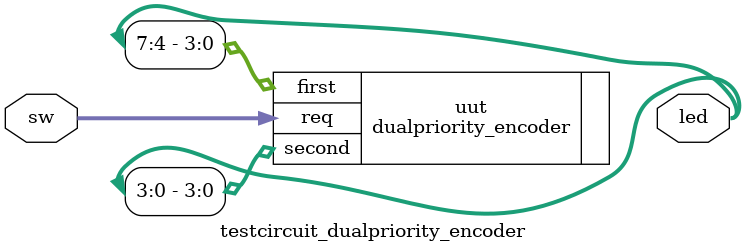
<source format=sv>

module testcircuit_dualpriority_encoder (
  input logic [11:0] sw,
  output logic [7:0] led
);
  dualpriority_encoder uut(
    .req   (sw),
    .first (led[7:4]),
    .second(led[3:0])
  );
endmodule

</source>
